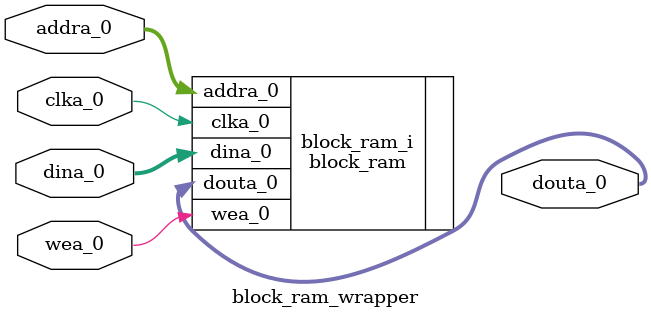
<source format=v>
`timescale 1 ps / 1 ps

module block_ram_wrapper
   (addra_0,
    clka_0,
    dina_0,
    douta_0,
    wea_0);
  input [9:0]addra_0;
  input clka_0;
  input [15:0]dina_0;
  output [15:0]douta_0;
  input [0:0]wea_0;

  wire [9:0]addra_0;
  wire clka_0;
  wire [15:0]dina_0;
  wire [15:0]douta_0;
  wire [0:0]wea_0;

  block_ram block_ram_i
       (.addra_0(addra_0),
        .clka_0(clka_0),
        .dina_0(dina_0),
        .douta_0(douta_0),
        .wea_0(wea_0));
endmodule

</source>
